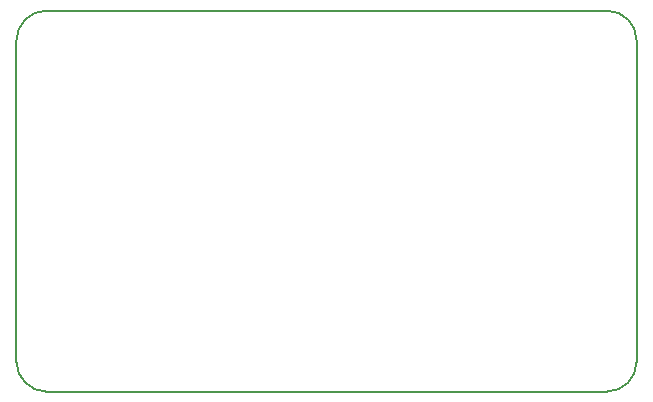
<source format=gbr>
G04 #@! TF.GenerationSoftware,KiCad,Pcbnew,5.0.2+dfsg1-1~bpo9+1*
G04 #@! TF.CreationDate,2018-12-31T18:08:11+00:00*
G04 #@! TF.ProjectId,13_full_breakout_gpio,31335f66-756c-46c5-9f62-7265616b6f75,rev?*
G04 #@! TF.SameCoordinates,Original*
G04 #@! TF.FileFunction,Profile,NP*
%FSLAX46Y46*%
G04 Gerber Fmt 4.6, Leading zero omitted, Abs format (unit mm)*
G04 Created by KiCad (PCBNEW 5.0.2+dfsg1-1~bpo9+1) date Mon 31 Dec 2018 18:08:11 GMT*
%MOMM*%
%LPD*%
G01*
G04 APERTURE LIST*
%ADD10C,0.150000*%
G04 APERTURE END LIST*
D10*
X135445500Y-66103500D02*
X182880000Y-66103500D01*
X132905500Y-95821500D02*
X132905500Y-68643500D01*
X182880000Y-98361500D02*
X135445500Y-98361500D01*
X185420000Y-68643500D02*
X185420000Y-95821500D01*
X182880000Y-66103500D02*
G75*
G02X185420000Y-68643500I0J-2540000D01*
G01*
X185420000Y-95821500D02*
G75*
G02X182880000Y-98361500I-2540000J0D01*
G01*
X135445500Y-98361500D02*
G75*
G02X132905500Y-95821500I0J2540000D01*
G01*
X132905500Y-68643500D02*
G75*
G02X135445500Y-66103500I2540000J0D01*
G01*
M02*

</source>
